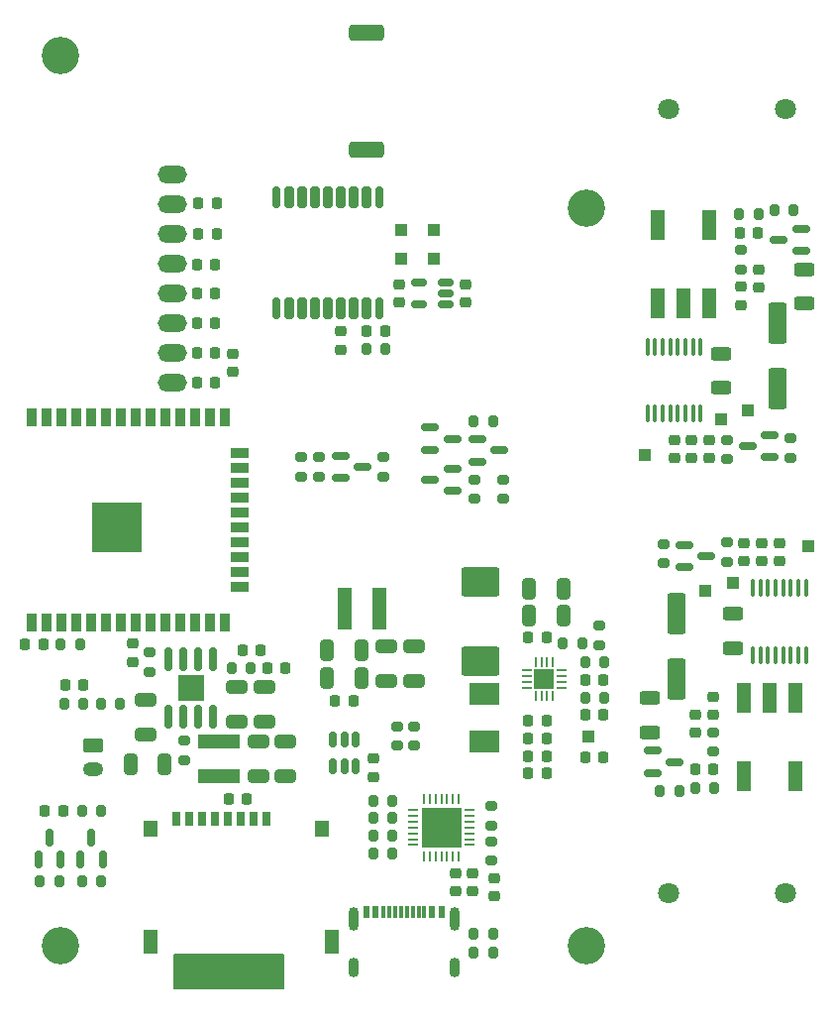
<source format=gts>
%TF.GenerationSoftware,KiCad,Pcbnew,7.0.9*%
%TF.CreationDate,2024-01-04T13:11:27+01:00*%
%TF.ProjectId,OBSPro,4f425350-726f-42e6-9b69-6361645f7063,rev?*%
%TF.SameCoordinates,PX7270e00PY2255100*%
%TF.FileFunction,Soldermask,Top*%
%TF.FilePolarity,Negative*%
%FSLAX46Y46*%
G04 Gerber Fmt 4.6, Leading zero omitted, Abs format (unit mm)*
G04 Created by KiCad (PCBNEW 7.0.9) date 2024-01-04 13:11:27*
%MOMM*%
%LPD*%
G01*
G04 APERTURE LIST*
G04 Aperture macros list*
%AMRoundRect*
0 Rectangle with rounded corners*
0 $1 Rounding radius*
0 $2 $3 $4 $5 $6 $7 $8 $9 X,Y pos of 4 corners*
0 Add a 4 corners polygon primitive as box body*
4,1,4,$2,$3,$4,$5,$6,$7,$8,$9,$2,$3,0*
0 Add four circle primitives for the rounded corners*
1,1,$1+$1,$2,$3*
1,1,$1+$1,$4,$5*
1,1,$1+$1,$6,$7*
1,1,$1+$1,$8,$9*
0 Add four rect primitives between the rounded corners*
20,1,$1+$1,$2,$3,$4,$5,0*
20,1,$1+$1,$4,$5,$6,$7,0*
20,1,$1+$1,$6,$7,$8,$9,0*
20,1,$1+$1,$8,$9,$2,$3,0*%
G04 Aperture macros list end*
%ADD10RoundRect,0.218750X-0.218750X-0.256250X0.218750X-0.256250X0.218750X0.256250X-0.218750X0.256250X0*%
%ADD11RoundRect,0.225000X0.250000X-0.225000X0.250000X0.225000X-0.250000X0.225000X-0.250000X-0.225000X0*%
%ADD12R,1.000000X1.000000*%
%ADD13R,3.600000X1.150000*%
%ADD14RoundRect,0.200000X-0.200000X-0.275000X0.200000X-0.275000X0.200000X0.275000X-0.200000X0.275000X0*%
%ADD15RoundRect,0.250000X-0.625000X0.312500X-0.625000X-0.312500X0.625000X-0.312500X0.625000X0.312500X0*%
%ADD16RoundRect,0.150000X-0.150000X0.825000X-0.150000X-0.825000X0.150000X-0.825000X0.150000X0.825000X0*%
%ADD17R,2.300000X2.300000*%
%ADD18RoundRect,0.200000X0.200000X0.275000X-0.200000X0.275000X-0.200000X-0.275000X0.200000X-0.275000X0*%
%ADD19C,3.200000*%
%ADD20RoundRect,0.350000X1.150000X0.350000X-1.150000X0.350000X-1.150000X-0.350000X1.150000X-0.350000X0*%
%ADD21RoundRect,0.225000X-0.250000X0.225000X-0.250000X-0.225000X0.250000X-0.225000X0.250000X0.225000X0*%
%ADD22RoundRect,0.225000X-0.225000X-0.250000X0.225000X-0.250000X0.225000X0.250000X-0.225000X0.250000X0*%
%ADD23RoundRect,0.250000X-0.650000X0.325000X-0.650000X-0.325000X0.650000X-0.325000X0.650000X0.325000X0*%
%ADD24RoundRect,0.250000X0.650000X-0.325000X0.650000X0.325000X-0.650000X0.325000X-0.650000X-0.325000X0*%
%ADD25RoundRect,0.250000X0.625000X-0.312500X0.625000X0.312500X-0.625000X0.312500X-0.625000X-0.312500X0*%
%ADD26RoundRect,0.100000X0.100000X-0.637500X0.100000X0.637500X-0.100000X0.637500X-0.100000X-0.637500X0*%
%ADD27RoundRect,0.250000X-0.300000X-0.300000X0.300000X-0.300000X0.300000X0.300000X-0.300000X0.300000X0*%
%ADD28RoundRect,0.225000X0.225000X0.250000X-0.225000X0.250000X-0.225000X-0.250000X0.225000X-0.250000X0*%
%ADD29RoundRect,0.150000X-0.587500X-0.150000X0.587500X-0.150000X0.587500X0.150000X-0.587500X0.150000X0*%
%ADD30RoundRect,0.200000X0.275000X-0.200000X0.275000X0.200000X-0.275000X0.200000X-0.275000X-0.200000X0*%
%ADD31RoundRect,0.250000X0.300000X0.300000X-0.300000X0.300000X-0.300000X-0.300000X0.300000X-0.300000X0*%
%ADD32RoundRect,0.200000X-0.275000X0.200000X-0.275000X-0.200000X0.275000X-0.200000X0.275000X0.200000X0*%
%ADD33RoundRect,0.150000X0.587500X0.150000X-0.587500X0.150000X-0.587500X-0.150000X0.587500X-0.150000X0*%
%ADD34RoundRect,0.250000X-0.625000X0.350000X-0.625000X-0.350000X0.625000X-0.350000X0.625000X0.350000X0*%
%ADD35O,1.750000X1.200000*%
%ADD36RoundRect,0.175000X0.175000X-0.725000X0.175000X0.725000X-0.175000X0.725000X-0.175000X-0.725000X0*%
%ADD37RoundRect,0.200000X0.200000X-0.700000X0.200000X0.700000X-0.200000X0.700000X-0.200000X-0.700000X0*%
%ADD38RoundRect,0.250000X-1.400000X-1.000000X1.400000X-1.000000X1.400000X1.000000X-1.400000X1.000000X0*%
%ADD39R,1.150000X3.600000*%
%ADD40RoundRect,0.150000X0.512500X0.150000X-0.512500X0.150000X-0.512500X-0.150000X0.512500X-0.150000X0*%
%ADD41R,0.600000X1.140000*%
%ADD42R,0.300000X1.140000*%
%ADD43O,0.900000X2.000000*%
%ADD44O,0.900000X1.700000*%
%ADD45RoundRect,0.218750X0.256250X-0.218750X0.256250X0.218750X-0.256250X0.218750X-0.256250X-0.218750X0*%
%ADD46O,2.500000X1.500000*%
%ADD47RoundRect,0.250000X0.325000X0.650000X-0.325000X0.650000X-0.325000X-0.650000X0.325000X-0.650000X0*%
%ADD48RoundRect,0.062500X0.062500X-0.350000X0.062500X0.350000X-0.062500X0.350000X-0.062500X-0.350000X0*%
%ADD49RoundRect,0.062500X0.350000X-0.062500X0.350000X0.062500X-0.350000X0.062500X-0.350000X-0.062500X0*%
%ADD50R,1.680000X1.680000*%
%ADD51RoundRect,0.150000X0.150000X-0.587500X0.150000X0.587500X-0.150000X0.587500X-0.150000X-0.587500X0*%
%ADD52RoundRect,0.250000X-0.325000X-0.650000X0.325000X-0.650000X0.325000X0.650000X-0.325000X0.650000X0*%
%ADD53R,1.200000X2.500000*%
%ADD54R,0.900000X1.500000*%
%ADD55R,1.500000X0.900000*%
%ADD56C,0.475000*%
%ADD57R,4.200000X4.200000*%
%ADD58RoundRect,0.150000X-0.150000X0.512500X-0.150000X-0.512500X0.150000X-0.512500X0.150000X0.512500X0*%
%ADD59R,2.500000X1.900000*%
%ADD60RoundRect,0.250000X-0.550000X1.500000X-0.550000X-1.500000X0.550000X-1.500000X0.550000X1.500000X0*%
%ADD61RoundRect,0.250000X0.550000X-1.500000X0.550000X1.500000X-0.550000X1.500000X-0.550000X-1.500000X0*%
%ADD62C,1.800000*%
%ADD63RoundRect,0.062500X0.062500X-0.337500X0.062500X0.337500X-0.062500X0.337500X-0.062500X-0.337500X0*%
%ADD64RoundRect,0.062500X0.337500X-0.062500X0.337500X0.062500X-0.337500X0.062500X-0.337500X-0.062500X0*%
%ADD65R,3.350000X3.350000*%
%ADD66RoundRect,0.100000X-0.100000X0.637500X-0.100000X-0.637500X0.100000X-0.637500X0.100000X0.637500X0*%
%ADD67R,0.700000X1.300000*%
%ADD68R,1.200000X1.400000*%
%ADD69R,1.200000X2.000000*%
G04 APERTURE END LIST*
D10*
%TO.C,FB7*%
X15812500Y-16600000D03*
X17387500Y-16600000D03*
%TD*%
%TO.C,FB6*%
X15812500Y-19200000D03*
X17387500Y-19200000D03*
%TD*%
%TO.C,FB5*%
X15712500Y-21800000D03*
X17287500Y-21800000D03*
%TD*%
%TO.C,FB4*%
X15712500Y-24300000D03*
X17287500Y-24300000D03*
%TD*%
%TO.C,FB3*%
X15712500Y-26800000D03*
X17287500Y-26800000D03*
%TD*%
%TO.C,FB2*%
X15712500Y-29400000D03*
X17287500Y-29400000D03*
%TD*%
%TO.C,FB1*%
X17287500Y-31900000D03*
X15712500Y-31900000D03*
%TD*%
D11*
%TO.C,C49*%
X18800000Y-30975000D03*
X18800000Y-29425000D03*
%TD*%
D12*
%TO.C,TP4*%
X61500000Y-49000000D03*
%TD*%
D13*
%TO.C,L1*%
X17600000Y-62525000D03*
X17600000Y-65475000D03*
%TD*%
D14*
%TO.C,R2*%
X39375000Y-79000000D03*
X41025000Y-79000000D03*
%TD*%
D15*
%TO.C,R44*%
X60500000Y-29437500D03*
X60500000Y-32362500D03*
%TD*%
D16*
%TO.C,U1*%
X17105000Y-55525000D03*
X15835000Y-55525000D03*
X14565000Y-55525000D03*
X13295000Y-55525000D03*
X13295000Y-60475000D03*
X14565000Y-60475000D03*
X15835000Y-60475000D03*
X17105000Y-60475000D03*
D17*
X15200000Y-58000000D03*
%TD*%
D18*
%TO.C,R21*%
X3925000Y-74500000D03*
X2275000Y-74500000D03*
%TD*%
D19*
%TO.C,H3*%
X49000000Y-80000000D03*
%TD*%
D18*
%TO.C,R40*%
X66724999Y-17200000D03*
X65074999Y-17200000D03*
%TD*%
D20*
%TO.C,AE1*%
X30200000Y-12000000D03*
X30200000Y-2000000D03*
%TD*%
D21*
%TO.C,C33*%
X28000000Y-27525000D03*
X28000000Y-29075000D03*
%TD*%
D14*
%TO.C,R38*%
X62074999Y-17500000D03*
X63724999Y-17500000D03*
%TD*%
D22*
%TO.C,C20*%
X44025000Y-60800000D03*
X45575000Y-60800000D03*
%TD*%
D14*
%TO.C,R11*%
X46975000Y-54200000D03*
X48625000Y-54200000D03*
%TD*%
D23*
%TO.C,C11*%
X34300000Y-54425000D03*
X34300000Y-57375000D03*
%TD*%
D24*
%TO.C,C7*%
X11300000Y-61975000D03*
X11300000Y-59025000D03*
%TD*%
D25*
%TO.C,R43*%
X61500000Y-54562500D03*
X61500000Y-51637500D03*
%TD*%
D26*
%TO.C,U8*%
X63225000Y-55162500D03*
X63875000Y-55162500D03*
X64525000Y-55162500D03*
X65175000Y-55162500D03*
X65825000Y-55162500D03*
X66475000Y-55162500D03*
X67125000Y-55162500D03*
X67775000Y-55162500D03*
X67775000Y-49437500D03*
X67125000Y-49437500D03*
X66475000Y-49437500D03*
X65825000Y-49437500D03*
X65175000Y-49437500D03*
X64525000Y-49437500D03*
X63875000Y-49437500D03*
X63225000Y-49437500D03*
%TD*%
D27*
%TO.C,D4*%
X33200000Y-21300000D03*
X36000000Y-21300000D03*
%TD*%
D28*
%TO.C,C30*%
X2575000Y-54220000D03*
X1025000Y-54220000D03*
%TD*%
D29*
%TO.C,Q4*%
X35662500Y-35750000D03*
X35662500Y-37650000D03*
X37537500Y-36700000D03*
%TD*%
D11*
%TO.C,C36*%
X62500000Y-47175000D03*
X62500000Y-45625000D03*
%TD*%
D22*
%TO.C,C17*%
X44025000Y-65300000D03*
X45575000Y-65300000D03*
%TD*%
D14*
%TO.C,R4*%
X18675000Y-56300000D03*
X20325000Y-56300000D03*
%TD*%
D21*
%TO.C,C27*%
X41100000Y-74225000D03*
X41100000Y-75775000D03*
%TD*%
D30*
%TO.C,R35*%
X55600000Y-47325000D03*
X55600000Y-45675000D03*
%TD*%
D31*
%TO.C,D5*%
X36000000Y-18900000D03*
X33200000Y-18900000D03*
%TD*%
D32*
%TO.C,R6*%
X11700000Y-54975000D03*
X11700000Y-56625000D03*
%TD*%
D21*
%TO.C,C29*%
X37800000Y-73825000D03*
X37800000Y-75375000D03*
%TD*%
D30*
%TO.C,R26*%
X31600000Y-39925000D03*
X31600000Y-38275000D03*
%TD*%
D33*
%TO.C,Q10*%
X64637500Y-38249999D03*
X64637500Y-36349999D03*
X62762500Y-37299999D03*
%TD*%
D34*
%TO.C,J2*%
X6850000Y-62900000D03*
D35*
X6850000Y-64900000D03*
%TD*%
D36*
%TO.C,U7*%
X22500000Y-25550000D03*
D37*
X23600000Y-25550000D03*
X24700000Y-25550000D03*
X25800000Y-25550000D03*
X26900000Y-25550000D03*
X28000000Y-25550000D03*
X29100000Y-25550000D03*
X30200000Y-25550000D03*
D36*
X31300000Y-25550000D03*
X31300000Y-16050000D03*
D37*
X30200000Y-16050000D03*
X29100000Y-16050000D03*
X28000000Y-16050000D03*
X26900000Y-16050000D03*
X25800000Y-16050000D03*
X24700000Y-16050000D03*
X23600000Y-16050000D03*
D36*
X22500000Y-16050000D03*
%TD*%
D18*
%TO.C,R32*%
X59925000Y-66500000D03*
X58275000Y-66500000D03*
%TD*%
D38*
%TO.C,D3*%
X39900000Y-48900000D03*
X39900000Y-55700000D03*
%TD*%
D18*
%TO.C,R23*%
X9125000Y-59300000D03*
X7475000Y-59300000D03*
%TD*%
D33*
%TO.C,Q6*%
X37537500Y-41150000D03*
X37537500Y-39250000D03*
X35662500Y-40200000D03*
%TD*%
D12*
%TO.C,TP5*%
X54000001Y-38100000D03*
%TD*%
D11*
%TO.C,C45*%
X63699999Y-23775000D03*
X63699999Y-22225000D03*
%TD*%
D21*
%TO.C,C41*%
X58000000Y-36825000D03*
X58000000Y-38375000D03*
%TD*%
D14*
%TO.C,R22*%
X5875000Y-74500000D03*
X7525000Y-74500000D03*
%TD*%
D11*
%TO.C,C40*%
X59800000Y-60275000D03*
X59800000Y-58725000D03*
%TD*%
D14*
%TO.C,R9*%
X30175000Y-29000000D03*
X31825000Y-29000000D03*
%TD*%
D22*
%TO.C,C18*%
X44025000Y-63800000D03*
X45575000Y-63800000D03*
%TD*%
D39*
%TO.C,L2*%
X28325000Y-51200000D03*
X31275000Y-51200000D03*
%TD*%
D14*
%TO.C,R3*%
X39375000Y-80600000D03*
X41025000Y-80600000D03*
%TD*%
D11*
%TO.C,C37*%
X65500000Y-47175000D03*
X65500000Y-45625000D03*
%TD*%
D40*
%TO.C,U3*%
X36937500Y-25250000D03*
X36937500Y-24300000D03*
X36937500Y-23350000D03*
X34662500Y-23350000D03*
X34662500Y-25250000D03*
%TD*%
D25*
%TO.C,R31*%
X54400000Y-61762500D03*
X54400000Y-58837500D03*
%TD*%
D32*
%TO.C,R10*%
X50100000Y-52675000D03*
X50100000Y-54325000D03*
%TD*%
D14*
%TO.C,R14*%
X4075000Y-54220000D03*
X5725000Y-54220000D03*
%TD*%
D41*
%TO.C,J1*%
X30200000Y-77127500D03*
X31000000Y-77127500D03*
D42*
X32150000Y-77127500D03*
X33150000Y-77127500D03*
X33650000Y-77127500D03*
X34650000Y-77127500D03*
D41*
X36600000Y-77127500D03*
X35800000Y-77127500D03*
D42*
X35150000Y-77127500D03*
X34150000Y-77127500D03*
X32650000Y-77127500D03*
X31650000Y-77127500D03*
D43*
X29075000Y-77697500D03*
D44*
X29075000Y-81877500D03*
D43*
X37725000Y-77697500D03*
D44*
X37725000Y-81877500D03*
%TD*%
D21*
%TO.C,C38*%
X58300000Y-60225000D03*
X58300000Y-61775000D03*
%TD*%
D45*
%TO.C,D1*%
X10200000Y-55787500D03*
X10200000Y-54212500D03*
%TD*%
D46*
%TO.C,J3*%
X13600000Y-31900000D03*
X13600000Y-29360000D03*
X13600000Y-26820000D03*
X13600000Y-24280000D03*
X13600000Y-21740000D03*
X13600000Y-19200000D03*
X13600000Y-16660000D03*
X13600000Y-14120000D03*
%TD*%
D19*
%TO.C,H4*%
X49000000Y-17000000D03*
%TD*%
D22*
%TO.C,C25*%
X48925000Y-60300000D03*
X50475000Y-60300000D03*
%TD*%
D21*
%TO.C,C47*%
X62199999Y-23725000D03*
X62199999Y-25275000D03*
%TD*%
D12*
%TO.C,TP2*%
X68000000Y-45900000D03*
%TD*%
D29*
%TO.C,Q5*%
X27962500Y-38150000D03*
X27962500Y-40050000D03*
X29837500Y-39100000D03*
%TD*%
D32*
%TO.C,R29*%
X24600000Y-38275000D03*
X24600000Y-39925000D03*
%TD*%
D29*
%TO.C,Q8*%
X57362500Y-45750000D03*
X57362500Y-47650000D03*
X59237500Y-46700000D03*
%TD*%
D22*
%TO.C,C5*%
X19625000Y-54800000D03*
X21175000Y-54800000D03*
%TD*%
D21*
%TO.C,C28*%
X39300000Y-73825000D03*
X39300000Y-75375000D03*
%TD*%
D29*
%TO.C,Q3*%
X39662500Y-36750000D03*
X39662500Y-38650000D03*
X41537500Y-37700000D03*
%TD*%
D22*
%TO.C,C31*%
X18425000Y-67500000D03*
X19975000Y-67500000D03*
%TD*%
D21*
%TO.C,C43*%
X59500000Y-36825000D03*
X59500000Y-38375000D03*
%TD*%
D32*
%TO.C,R30*%
X39400000Y-40175000D03*
X39400000Y-41825000D03*
%TD*%
D21*
%TO.C,C44*%
X56500000Y-36825000D03*
X56500000Y-38375000D03*
%TD*%
D47*
%TO.C,C8*%
X12970000Y-64500000D03*
X10020000Y-64500000D03*
%TD*%
D22*
%TO.C,C6*%
X21700000Y-56300000D03*
X23250000Y-56300000D03*
%TD*%
D18*
%TO.C,R18*%
X32425000Y-67600000D03*
X30775000Y-67600000D03*
%TD*%
D24*
%TO.C,C3*%
X21500000Y-60875000D03*
X21500000Y-57925000D03*
%TD*%
D12*
%TO.C,TP7*%
X60500000Y-34999999D03*
%TD*%
D19*
%TO.C,H2*%
X4000000Y-4000000D03*
%TD*%
D22*
%TO.C,C42*%
X62124999Y-19100000D03*
X63674999Y-19100000D03*
%TD*%
D32*
%TO.C,R7*%
X34300000Y-61275000D03*
X34300000Y-62925000D03*
%TD*%
D48*
%TO.C,U4*%
X44650000Y-58662500D03*
X45150000Y-58662500D03*
X45650000Y-58662500D03*
X46150000Y-58662500D03*
D49*
X46862500Y-57950000D03*
X46862500Y-57450000D03*
X46862500Y-56950000D03*
X46862500Y-56450000D03*
D48*
X46150000Y-55737500D03*
X45650000Y-55737500D03*
X45150000Y-55737500D03*
X44650000Y-55737500D03*
D49*
X43937500Y-56450000D03*
X43937500Y-56950000D03*
X43937500Y-57450000D03*
X43937500Y-57950000D03*
D50*
X45400000Y-57200000D03*
%TD*%
D18*
%TO.C,R1*%
X7525000Y-68500000D03*
X5875000Y-68500000D03*
%TD*%
D51*
%TO.C,Q2*%
X5750000Y-72637500D03*
X7650000Y-72637500D03*
X6700000Y-70762500D03*
%TD*%
D30*
%TO.C,R39*%
X62199999Y-22225000D03*
X62199999Y-20575000D03*
%TD*%
D18*
%TO.C,R19*%
X32425000Y-72100000D03*
X30775000Y-72100000D03*
%TD*%
D32*
%TO.C,R42*%
X61000000Y-36774999D03*
X61000000Y-38424999D03*
%TD*%
D52*
%TO.C,C23*%
X44125000Y-49500000D03*
X47075000Y-49500000D03*
%TD*%
D22*
%TO.C,C26*%
X48925000Y-57300000D03*
X50475000Y-57300000D03*
%TD*%
D12*
%TO.C,TP6*%
X62800000Y-34299999D03*
%TD*%
D53*
%TO.C,T2*%
X55100000Y-25150000D03*
X57300000Y-25150000D03*
X59500000Y-25150000D03*
X59500000Y-18450000D03*
X55100000Y-18450000D03*
%TD*%
D11*
%TO.C,C34*%
X64000000Y-47175000D03*
X64000000Y-45625000D03*
%TD*%
D22*
%TO.C,C19*%
X44025000Y-62300000D03*
X45575000Y-62300000D03*
%TD*%
D30*
%TO.C,R15*%
X40900000Y-72725000D03*
X40900000Y-71075000D03*
%TD*%
D23*
%TO.C,C4*%
X23300000Y-62525000D03*
X23300000Y-65475000D03*
%TD*%
D12*
%TO.C,TP3*%
X59200000Y-49700000D03*
%TD*%
D54*
%TO.C,U6*%
X1565000Y-52370000D03*
X2835000Y-52370000D03*
X4105000Y-52370000D03*
X5375000Y-52370000D03*
X6645000Y-52370000D03*
X7915000Y-52370000D03*
X9185000Y-52370000D03*
X10455000Y-52370000D03*
X11725000Y-52370000D03*
X12995000Y-52370000D03*
X14265000Y-52370000D03*
X15535000Y-52370000D03*
X16805000Y-52370000D03*
X18075000Y-52370000D03*
D55*
X19325000Y-49330000D03*
X19325000Y-48060000D03*
X19325000Y-46790000D03*
X19325000Y-45520000D03*
X19325000Y-44250000D03*
X19325000Y-42980000D03*
X19325000Y-41710000D03*
X19325000Y-40440000D03*
X19325000Y-39170000D03*
X19325000Y-37900000D03*
D54*
X18075000Y-34870000D03*
X16805000Y-34870000D03*
X15535000Y-34870000D03*
X14265000Y-34870000D03*
X12995000Y-34870000D03*
X11725000Y-34870000D03*
X10455000Y-34870000D03*
X9185000Y-34870000D03*
X7915000Y-34870000D03*
X6645000Y-34870000D03*
X5375000Y-34870000D03*
X4105000Y-34870000D03*
X2835000Y-34870000D03*
X1565000Y-34870000D03*
D56*
X8142500Y-45825000D03*
X9667500Y-45825000D03*
X7380000Y-45062500D03*
X8905000Y-45062500D03*
X10430000Y-45062500D03*
X8142500Y-44300000D03*
D57*
X8905000Y-44300000D03*
D56*
X9667500Y-44300000D03*
X7380000Y-43537500D03*
X8905000Y-43537500D03*
X10430000Y-43537500D03*
X8142500Y-42775000D03*
X9667500Y-42775000D03*
%TD*%
D28*
%TO.C,C48*%
X5975000Y-57700000D03*
X4425000Y-57700000D03*
%TD*%
D24*
%TO.C,C1*%
X19100000Y-60875000D03*
X19100000Y-57925000D03*
%TD*%
D18*
%TO.C,R12*%
X50525000Y-58800000D03*
X48875000Y-58800000D03*
%TD*%
D22*
%TO.C,C32*%
X30225000Y-27500000D03*
X31775000Y-27500000D03*
%TD*%
D23*
%TO.C,C2*%
X21000000Y-62525000D03*
X21000000Y-65475000D03*
%TD*%
%TO.C,C10*%
X31900000Y-54425000D03*
X31900000Y-57375000D03*
%TD*%
D58*
%TO.C,U2*%
X29250000Y-62362500D03*
X28300000Y-62362500D03*
X27350000Y-62362500D03*
X27350000Y-64637500D03*
X28300000Y-64637500D03*
X29250000Y-64637500D03*
%TD*%
D12*
%TO.C,TP1*%
X49200000Y-62100000D03*
%TD*%
D52*
%TO.C,C13*%
X26825000Y-57130000D03*
X29775000Y-57130000D03*
%TD*%
D15*
%TO.C,R37*%
X67599999Y-22237500D03*
X67599999Y-25162500D03*
%TD*%
D11*
%TO.C,C15*%
X38700000Y-25075000D03*
X38700000Y-23525000D03*
%TD*%
D59*
%TO.C,L3*%
X40300000Y-62550000D03*
X40300000Y-58450000D03*
%TD*%
D51*
%TO.C,Q1*%
X2150000Y-72637500D03*
X4050000Y-72637500D03*
X3100000Y-70762500D03*
%TD*%
D60*
%TO.C,C46*%
X65300000Y-26800000D03*
X65300000Y-32400000D03*
%TD*%
D10*
%TO.C,D2*%
X2712500Y-68500000D03*
X4287500Y-68500000D03*
%TD*%
D22*
%TO.C,C21*%
X44025000Y-53700000D03*
X45575000Y-53700000D03*
%TD*%
D18*
%TO.C,R16*%
X32425000Y-70600000D03*
X30775000Y-70600000D03*
%TD*%
D30*
%TO.C,R36*%
X61000000Y-47225000D03*
X61000000Y-45575000D03*
%TD*%
D32*
%TO.C,R41*%
X66400000Y-36674999D03*
X66400000Y-38324999D03*
%TD*%
D22*
%TO.C,C14*%
X27525000Y-59100000D03*
X29075000Y-59100000D03*
%TD*%
D21*
%TO.C,C16*%
X33000000Y-23525000D03*
X33000000Y-25075000D03*
%TD*%
D61*
%TO.C,C39*%
X56700000Y-57200000D03*
X56700000Y-51600000D03*
%TD*%
D62*
%TO.C,LS1*%
X56000000Y-75500000D03*
X66000000Y-75500000D03*
%TD*%
D14*
%TO.C,R34*%
X55275000Y-66800000D03*
X56925000Y-66800000D03*
%TD*%
D18*
%TO.C,R24*%
X6025000Y-59300000D03*
X4375000Y-59300000D03*
%TD*%
D30*
%TO.C,R20*%
X40900000Y-69725000D03*
X40900000Y-68075000D03*
%TD*%
D21*
%TO.C,C9*%
X30800000Y-64025000D03*
X30800000Y-65575000D03*
%TD*%
D33*
%TO.C,Q9*%
X67337499Y-20650000D03*
X67337499Y-18750000D03*
X65462499Y-19700000D03*
%TD*%
D30*
%TO.C,R5*%
X14600000Y-64125000D03*
X14600000Y-62475000D03*
%TD*%
D14*
%TO.C,R28*%
X39375000Y-35200000D03*
X41025000Y-35200000D03*
%TD*%
D32*
%TO.C,R33*%
X59800000Y-61775000D03*
X59800000Y-63425000D03*
%TD*%
D29*
%TO.C,Q7*%
X54662500Y-63350000D03*
X54662500Y-65250000D03*
X56537500Y-64300000D03*
%TD*%
D52*
%TO.C,C12*%
X26825000Y-54730000D03*
X29775000Y-54730000D03*
%TD*%
D19*
%TO.C,H1*%
X4000000Y-80000000D03*
%TD*%
D14*
%TO.C,R13*%
X48875000Y-55800000D03*
X50525000Y-55800000D03*
%TD*%
D63*
%TO.C,U5*%
X35100000Y-72350000D03*
X35600000Y-72350000D03*
X36100000Y-72350000D03*
X36600000Y-72350000D03*
X37100000Y-72350000D03*
X37600000Y-72350000D03*
X38100000Y-72350000D03*
D64*
X39050000Y-71400000D03*
X39050000Y-70900000D03*
X39050000Y-70400000D03*
X39050000Y-69900000D03*
X39050000Y-69400000D03*
X39050000Y-68900000D03*
X39050000Y-68400000D03*
D63*
X38100000Y-67450000D03*
X37600000Y-67450000D03*
X37100000Y-67450000D03*
X36600000Y-67450000D03*
X36100000Y-67450000D03*
X35600000Y-67450000D03*
X35100000Y-67450000D03*
D64*
X34150000Y-68400000D03*
X34150000Y-68900000D03*
X34150000Y-69400000D03*
X34150000Y-69900000D03*
X34150000Y-70400000D03*
X34150000Y-70900000D03*
X34150000Y-71400000D03*
D65*
X36600000Y-69900000D03*
%TD*%
D30*
%TO.C,R27*%
X26100000Y-39925000D03*
X26100000Y-38275000D03*
%TD*%
D52*
%TO.C,C22*%
X44125000Y-51800000D03*
X47075000Y-51800000D03*
%TD*%
D18*
%TO.C,R17*%
X32425000Y-69100000D03*
X30775000Y-69100000D03*
%TD*%
D66*
%TO.C,U9*%
X58775000Y-28837500D03*
X58125000Y-28837500D03*
X57475000Y-28837500D03*
X56825000Y-28837500D03*
X56175000Y-28837500D03*
X55525000Y-28837500D03*
X54875000Y-28837500D03*
X54225000Y-28837500D03*
X54225000Y-34562500D03*
X54875000Y-34562500D03*
X55525000Y-34562500D03*
X56175000Y-34562500D03*
X56825000Y-34562500D03*
X57475000Y-34562500D03*
X58125000Y-34562500D03*
X58775000Y-34562500D03*
%TD*%
D30*
%TO.C,R8*%
X32800000Y-62925000D03*
X32800000Y-61275000D03*
%TD*%
%TO.C,R25*%
X41900000Y-41825000D03*
X41900000Y-40175000D03*
%TD*%
D22*
%TO.C,C24*%
X48925000Y-63900000D03*
X50475000Y-63900000D03*
%TD*%
D67*
%TO.C,J4*%
X21650000Y-69137491D03*
X20550000Y-69137491D03*
X19450000Y-69137491D03*
X18350000Y-69137491D03*
X17250000Y-69137491D03*
X16150000Y-69137491D03*
X15050000Y-69137491D03*
X13950000Y-69137491D03*
D68*
X11750000Y-69987491D03*
D69*
X11750000Y-79687491D03*
D68*
X26430000Y-69987491D03*
D69*
X27270000Y-79687491D03*
%TD*%
D28*
%TO.C,C35*%
X59875000Y-64900000D03*
X58325000Y-64900000D03*
%TD*%
D53*
%TO.C,T1*%
X66899999Y-58850000D03*
X64699999Y-58850000D03*
X62499999Y-58850000D03*
X62499999Y-65550000D03*
X66899999Y-65550000D03*
%TD*%
D62*
%TO.C,LS2*%
X65999999Y-8500000D03*
X55999999Y-8500000D03*
%TD*%
G36*
X23159191Y-80718907D02*
G01*
X23195155Y-80768407D01*
X23200000Y-80799000D01*
X23200000Y-83601000D01*
X23181093Y-83659191D01*
X23131593Y-83695155D01*
X23101000Y-83700000D01*
X13799000Y-83700000D01*
X13740809Y-83681093D01*
X13704845Y-83631593D01*
X13700000Y-83601000D01*
X13700000Y-80799000D01*
X13718907Y-80740809D01*
X13768407Y-80704845D01*
X13799000Y-80700000D01*
X23101000Y-80700000D01*
X23159191Y-80718907D01*
G37*
M02*

</source>
